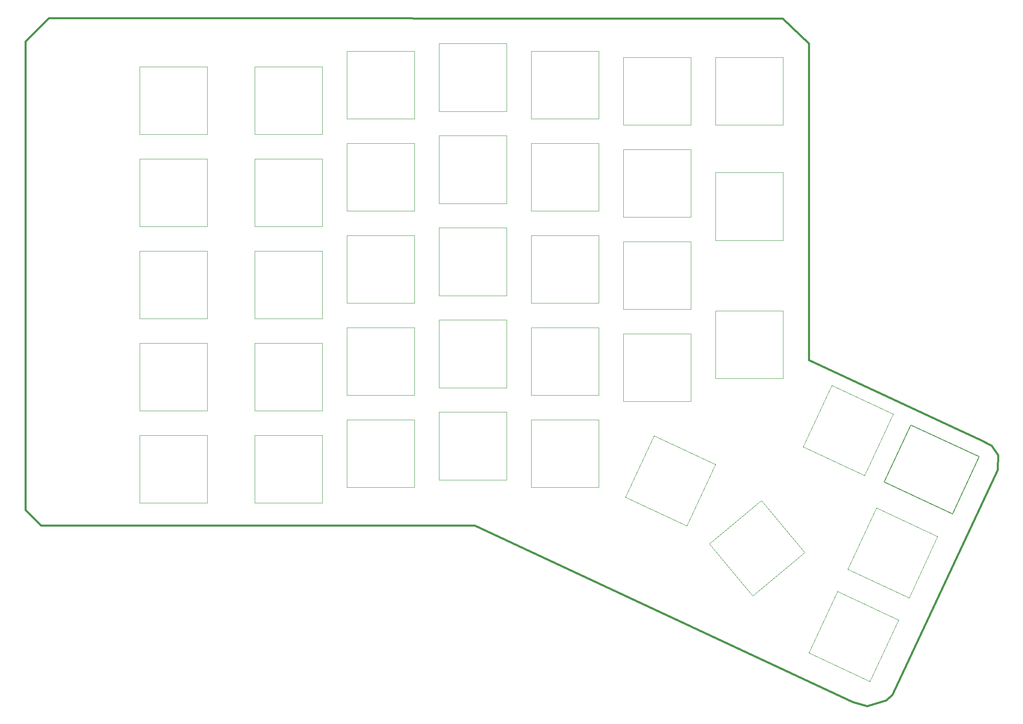
<source format=gm1>
%TF.GenerationSoftware,KiCad,Pcbnew,(6.0.5)*%
%TF.CreationDate,2022-08-07T14:10:58-06:00*%
%TF.ProjectId,left,6c656674-2e6b-4696-9361-645f70636258,rev?*%
%TF.SameCoordinates,Original*%
%TF.FileFunction,Profile,NP*%
%FSLAX46Y46*%
G04 Gerber Fmt 4.6, Leading zero omitted, Abs format (unit mm)*
G04 Created by KiCad (PCBNEW (6.0.5)) date 2022-08-07 14:10:58*
%MOMM*%
%LPD*%
G01*
G04 APERTURE LIST*
%TA.AperFunction,Profile*%
%ADD10C,0.381000*%
%TD*%
%TA.AperFunction,Profile*%
%ADD11C,0.120000*%
%TD*%
%TA.AperFunction,Profile*%
%ADD12C,0.150000*%
%TD*%
G04 APERTURE END LIST*
D10*
X37769000Y-148480340D02*
X53898000Y-148480340D01*
X34543200Y-48392340D02*
X39370000Y-43572340D01*
X235615000Y-133897340D02*
X235509020Y-136887780D01*
X234290000Y-131897340D02*
X235615000Y-133897340D01*
X191080000Y-43582340D02*
X196520000Y-48782340D01*
X208515000Y-185747340D02*
X212559470Y-184575260D01*
X231972320Y-130732340D02*
X234290000Y-131897340D01*
X39370000Y-43572340D02*
X191080000Y-43582340D01*
X34530500Y-145241840D02*
X34530500Y-143241840D01*
X212559470Y-184575260D02*
X213825040Y-183390100D01*
X60197200Y-148480340D02*
X127437600Y-148480340D01*
X205606100Y-184924260D02*
X208515000Y-185747340D01*
X34530500Y-145241840D02*
X37769000Y-148480340D01*
X227604800Y-128700340D02*
X231972320Y-130732340D01*
X53898000Y-148480340D02*
X60197200Y-148480340D01*
X196520000Y-114222340D02*
X196520000Y-48782340D01*
X34530500Y-143241840D02*
X34543200Y-136955340D01*
X34543200Y-48392340D02*
X34543200Y-136955340D01*
X213825040Y-183390100D02*
X235509020Y-136887780D01*
X127437600Y-148480340D02*
X205606100Y-184924260D01*
X196520000Y-114222340D02*
X227604800Y-128700340D01*
D11*
%TO.C,SW1:13*%
X72137500Y-129775000D02*
X72137500Y-143775000D01*
X72137500Y-143775000D02*
X58137500Y-143775000D01*
X58137500Y-143775000D02*
X58137500Y-129775000D01*
X58137500Y-129775000D02*
X72137500Y-129775000D01*
%TO.C,SW1:10*%
X120050000Y-139002340D02*
X120050000Y-125002340D01*
X120050000Y-125002340D02*
X134050000Y-125002340D01*
X134050000Y-139002340D02*
X120050000Y-139002340D01*
X134050000Y-125002340D02*
X134050000Y-139002340D01*
%TO.C,SW1:9*%
X153100000Y-126600000D02*
X153100000Y-140600000D01*
X139100000Y-140600000D02*
X139100000Y-126600000D01*
X139100000Y-126600000D02*
X153100000Y-126600000D01*
X153100000Y-140600000D02*
X139100000Y-140600000D01*
%TO.C,SW2:13*%
X58137500Y-110725000D02*
X72137500Y-110725000D01*
X72137500Y-124725000D02*
X58137500Y-124725000D01*
X72137500Y-110725000D02*
X72137500Y-124725000D01*
X58137500Y-124725000D02*
X58137500Y-110725000D01*
%TO.C,SW2:10*%
X134050000Y-105952340D02*
X134050000Y-119952340D01*
X120050000Y-105952340D02*
X134050000Y-105952340D01*
X134050000Y-119952340D02*
X120050000Y-119952340D01*
X120050000Y-119952340D02*
X120050000Y-105952340D01*
%TO.C,SW2:9*%
X153100000Y-107550000D02*
X153100000Y-121550000D01*
X153100000Y-121550000D02*
X139100000Y-121550000D01*
X139100000Y-107550000D02*
X153100000Y-107550000D01*
X139100000Y-121550000D02*
X139100000Y-107550000D01*
%TO.C,SW2:7*%
X191200000Y-118057500D02*
X177200000Y-118057500D01*
X177200000Y-104057500D02*
X191200000Y-104057500D01*
X177200000Y-118057500D02*
X177200000Y-104057500D01*
X191200000Y-104057500D02*
X191200000Y-118057500D01*
%TO.C,SW3:13*%
X58137500Y-91675000D02*
X72137500Y-91675000D01*
X58137500Y-105675000D02*
X58137500Y-91675000D01*
X72137500Y-91675000D02*
X72137500Y-105675000D01*
X72137500Y-105675000D02*
X58137500Y-105675000D01*
%TO.C,SW3:11*%
X115000000Y-88500000D02*
X115000000Y-102500000D01*
X101000000Y-102500000D02*
X101000000Y-88500000D01*
X101000000Y-88500000D02*
X115000000Y-88500000D01*
X115000000Y-102500000D02*
X101000000Y-102500000D01*
%TO.C,SW3:10*%
X134050000Y-86902340D02*
X134050000Y-100902340D01*
X120050000Y-86902340D02*
X134050000Y-86902340D01*
X134050000Y-100902340D02*
X120050000Y-100902340D01*
X120050000Y-100902340D02*
X120050000Y-86902340D01*
%TO.C,SW3:9*%
X139100000Y-102500000D02*
X139100000Y-88500000D01*
X153100000Y-102500000D02*
X139100000Y-102500000D01*
X139100000Y-88500000D02*
X153100000Y-88500000D01*
X153100000Y-88500000D02*
X153100000Y-102500000D01*
%TO.C,SW3:8*%
X172150000Y-103770000D02*
X158150000Y-103770000D01*
X172150000Y-89770000D02*
X172150000Y-103770000D01*
X158150000Y-103770000D02*
X158150000Y-89770000D01*
X158150000Y-89770000D02*
X172150000Y-89770000D01*
%TO.C,SW4:13*%
X72137500Y-86625000D02*
X58137500Y-86625000D01*
X58137500Y-86625000D02*
X58137500Y-72625000D01*
X58137500Y-72625000D02*
X72137500Y-72625000D01*
X72137500Y-72625000D02*
X72137500Y-86625000D01*
%TO.C,SW4:12*%
X95950000Y-72625000D02*
X95950000Y-86625000D01*
X81950000Y-86625000D02*
X81950000Y-72625000D01*
X95950000Y-86625000D02*
X81950000Y-86625000D01*
X81950000Y-72625000D02*
X95950000Y-72625000D01*
%TO.C,SW4:11*%
X101000000Y-69450000D02*
X115000000Y-69450000D01*
X115000000Y-69450000D02*
X115000000Y-83450000D01*
X115000000Y-83450000D02*
X101000000Y-83450000D01*
X101000000Y-83450000D02*
X101000000Y-69450000D01*
%TO.C,SW4:10*%
X120050000Y-67852340D02*
X134050000Y-67852340D01*
X134050000Y-67852340D02*
X134050000Y-81852340D01*
X120050000Y-81852340D02*
X120050000Y-67852340D01*
X134050000Y-81852340D02*
X120050000Y-81852340D01*
%TO.C,SW4:9*%
X153100000Y-83450000D02*
X139100000Y-83450000D01*
X153100000Y-69450000D02*
X153100000Y-83450000D01*
X139100000Y-69450000D02*
X153100000Y-69450000D01*
X139100000Y-83450000D02*
X139100000Y-69450000D01*
%TO.C,SW4:8*%
X172150000Y-84720000D02*
X158150000Y-84720000D01*
X158150000Y-70720000D02*
X172150000Y-70720000D01*
X158150000Y-84720000D02*
X158150000Y-70720000D01*
X172150000Y-70720000D02*
X172150000Y-84720000D01*
%TO.C,SW4:7*%
X191200000Y-89482500D02*
X177200000Y-89482500D01*
X191200000Y-75482500D02*
X191200000Y-89482500D01*
X177200000Y-75482500D02*
X191200000Y-75482500D01*
X177200000Y-89482500D02*
X177200000Y-75482500D01*
%TO.C,SW0:10*%
X164513173Y-129897858D02*
X177201482Y-135814513D01*
X158596518Y-142586167D02*
X164513173Y-129897858D01*
X177201482Y-135814513D02*
X171284827Y-148502822D01*
X171284827Y-148502822D02*
X158596518Y-142586167D01*
%TO.C,SW0:12*%
X215092482Y-167986513D02*
X209175827Y-180674822D01*
X196487518Y-174758167D02*
X202404173Y-162069858D01*
X202404173Y-162069858D02*
X215092482Y-167986513D01*
X209175827Y-180674822D02*
X196487518Y-174758167D01*
%TO.C,SW0:11*%
X184947202Y-162999164D02*
X175948176Y-152274542D01*
X175948176Y-152274542D02*
X186672798Y-143275516D01*
X195671824Y-154000138D02*
X184947202Y-162999164D01*
X186672798Y-143275516D02*
X195671824Y-154000138D01*
%TO.C,SW0:9*%
X204539318Y-157491247D02*
X210455973Y-144802938D01*
X217227627Y-163407902D02*
X204539318Y-157491247D01*
X223144282Y-150719593D02*
X217227627Y-163407902D01*
X210455973Y-144802938D02*
X223144282Y-150719593D01*
D12*
%TO.C,SW0:7*%
X226213242Y-146028463D02*
X212074841Y-139435618D01*
X217568878Y-127653617D02*
X231707279Y-134246462D01*
X231707279Y-134246462D02*
X226213242Y-146028463D01*
X217568878Y-127653617D02*
X212074841Y-139435618D01*
D11*
%TO.C,SW1:11*%
X115000000Y-140600000D02*
X101000000Y-140600000D01*
X101000000Y-140600000D02*
X101000000Y-126600000D01*
X101000000Y-126600000D02*
X115000000Y-126600000D01*
X115000000Y-126600000D02*
X115000000Y-140600000D01*
%TO.C,SW0:8*%
X195324198Y-132177607D02*
X201240853Y-119489298D01*
X213929162Y-125405953D02*
X208012507Y-138094262D01*
X201240853Y-119489298D02*
X213929162Y-125405953D01*
X208012507Y-138094262D02*
X195324198Y-132177607D01*
%TO.C,SW5:13*%
X72137500Y-67577540D02*
X58137500Y-67577540D01*
X58137500Y-67577540D02*
X58137500Y-53577540D01*
X58137500Y-53577540D02*
X72137500Y-53577540D01*
X72137500Y-53577540D02*
X72137500Y-67577540D01*
%TO.C,SW5:9*%
X139100000Y-50400000D02*
X153100000Y-50400000D01*
X153100000Y-64400000D02*
X139100000Y-64400000D01*
X153100000Y-50400000D02*
X153100000Y-64400000D01*
X139100000Y-64400000D02*
X139100000Y-50400000D01*
%TO.C,SW5:10*%
X120050000Y-48802340D02*
X134050000Y-48802340D01*
X134050000Y-62802340D02*
X120050000Y-62802340D01*
X134050000Y-48802340D02*
X134050000Y-62802340D01*
X120050000Y-62802340D02*
X120050000Y-48802340D01*
%TO.C,SW5:11*%
X101000000Y-50400000D02*
X115000000Y-50400000D01*
X101000000Y-64400000D02*
X101000000Y-50400000D01*
X115000000Y-50400000D02*
X115000000Y-64400000D01*
X115000000Y-64400000D02*
X101000000Y-64400000D01*
%TO.C,SW5:12*%
X95950000Y-53577540D02*
X95950000Y-67577540D01*
X81950000Y-53577540D02*
X95950000Y-53577540D01*
X81950000Y-67577540D02*
X81950000Y-53577540D01*
X95950000Y-67577540D02*
X81950000Y-67577540D01*
%TO.C,SW5:8*%
X158150000Y-51672540D02*
X172150000Y-51672540D01*
X158150000Y-65672540D02*
X158150000Y-51672540D01*
X172150000Y-51672540D02*
X172150000Y-65672540D01*
X172150000Y-65672540D02*
X158150000Y-65672540D01*
%TO.C,SW5:7*%
X191200000Y-51672540D02*
X191200000Y-65672540D01*
X177200000Y-65672540D02*
X177200000Y-51672540D01*
X177200000Y-51672540D02*
X191200000Y-51672540D01*
X191200000Y-65672540D02*
X177200000Y-65672540D01*
%TO.C,SW2:11*%
X101000000Y-121550000D02*
X101000000Y-107550000D01*
X101000000Y-107550000D02*
X115000000Y-107550000D01*
X115000000Y-121550000D02*
X101000000Y-121550000D01*
X115000000Y-107550000D02*
X115000000Y-121550000D01*
%TO.C,SW2:8*%
X172150000Y-122820000D02*
X158150000Y-122820000D01*
X172150000Y-108820000D02*
X172150000Y-122820000D01*
X158150000Y-122820000D02*
X158150000Y-108820000D01*
X158150000Y-108820000D02*
X172150000Y-108820000D01*
%TO.C,SW3:12*%
X95950000Y-91675000D02*
X95950000Y-105675000D01*
X95950000Y-105675000D02*
X81950000Y-105675000D01*
X81950000Y-105675000D02*
X81950000Y-91675000D01*
X81950000Y-91675000D02*
X95950000Y-91675000D01*
%TO.C,SW2:12*%
X95950000Y-110725000D02*
X95950000Y-124725000D01*
X81950000Y-110725000D02*
X95950000Y-110725000D01*
X81950000Y-124725000D02*
X81950000Y-110725000D01*
X95950000Y-124725000D02*
X81950000Y-124725000D01*
%TO.C,SW1:12*%
X81950000Y-143775000D02*
X81950000Y-129775000D01*
X95950000Y-129775000D02*
X95950000Y-143775000D01*
X81950000Y-129775000D02*
X95950000Y-129775000D01*
X95950000Y-143775000D02*
X81950000Y-143775000D01*
%TD*%
M02*

</source>
